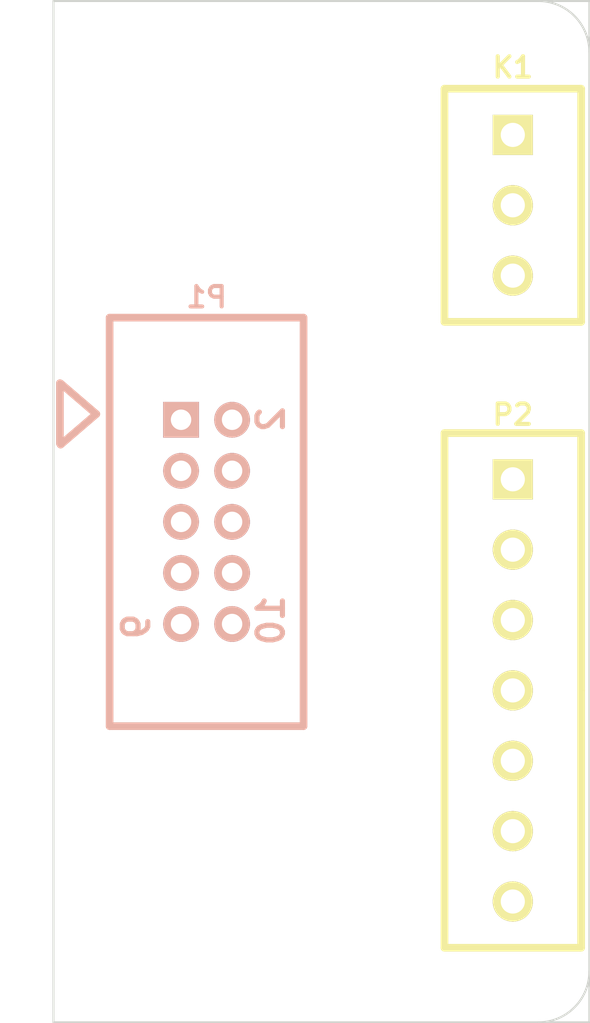
<source format=kicad_pcb>
(kicad_pcb (version 3) (host pcbnew "(2013-jul-07)-stable")

  (general
    (links 10)
    (no_connects 10)
    (area 0 0 0 0)
    (thickness 1.6)
    (drawings 7)
    (tracks 0)
    (zones 0)
    (modules 3)
    (nets 11)
  )

  (page A3)
  (layers
    (15 F.Cu signal)
    (0 B.Cu signal)
    (16 B.Adhes user)
    (17 F.Adhes user)
    (18 B.Paste user)
    (19 F.Paste user)
    (20 B.SilkS user)
    (21 F.SilkS user)
    (22 B.Mask user)
    (23 F.Mask user)
    (24 Dwgs.User user)
    (25 Cmts.User user)
    (26 Eco1.User user)
    (27 Eco2.User user)
    (28 Edge.Cuts user)
  )

  (setup
    (last_trace_width 0.254)
    (trace_clearance 0.254)
    (zone_clearance 0.508)
    (zone_45_only no)
    (trace_min 0.254)
    (segment_width 0.2)
    (edge_width 0.1)
    (via_size 0.889)
    (via_drill 0.635)
    (via_min_size 0.889)
    (via_min_drill 0.508)
    (uvia_size 0.508)
    (uvia_drill 0.127)
    (uvias_allowed no)
    (uvia_min_size 0.508)
    (uvia_min_drill 0.127)
    (pcb_text_width 0.3)
    (pcb_text_size 1.5 1.5)
    (mod_edge_width 0.15)
    (mod_text_size 1 1)
    (mod_text_width 0.15)
    (pad_size 1.5 1.5)
    (pad_drill 0.6)
    (pad_to_mask_clearance 0)
    (aux_axis_origin 0 0)
    (visible_elements FFFFFFBF)
    (pcbplotparams
      (layerselection 3178497)
      (usegerberextensions true)
      (excludeedgelayer true)
      (linewidth 0.150000)
      (plotframeref false)
      (viasonmask false)
      (mode 1)
      (useauxorigin false)
      (hpglpennumber 1)
      (hpglpenspeed 20)
      (hpglpendiameter 15)
      (hpglpenoverlay 2)
      (psnegative false)
      (psa4output false)
      (plotreference true)
      (plotvalue true)
      (plotothertext true)
      (plotinvisibletext false)
      (padsonsilk false)
      (subtractmaskfromsilk false)
      (outputformat 1)
      (mirror false)
      (drillshape 1)
      (scaleselection 1)
      (outputdirectory ""))
  )

  (net 0 "")
  (net 1 /CTR_SW)
  (net 2 /GND)
  (net 3 /REF_SW)
  (net 4 /WRK_1)
  (net 5 /WRK_2)
  (net 6 /WRK_3)
  (net 7 /WRK_4)
  (net 8 /WRK_5)
  (net 9 /WRK_6)
  (net 10 /WRK_7)

  (net_class Default "This is the default net class."
    (clearance 0.254)
    (trace_width 0.254)
    (via_dia 0.889)
    (via_drill 0.635)
    (uvia_dia 0.508)
    (uvia_drill 0.127)
    (add_net "")
    (add_net /CTR_SW)
    (add_net /GND)
    (add_net /REF_SW)
    (add_net /WRK_1)
    (add_net /WRK_2)
    (add_net /WRK_3)
    (add_net /WRK_4)
    (add_net /WRK_5)
    (add_net /WRK_6)
    (add_net /WRK_7)
  )

  (module CONNBLOCK7 (layer F.Cu) (tedit 5C3EAD95) (tstamp 5C3EAAA9)
    (at 73.66 85.09 270)
    (path /5C3EA415)
    (fp_text reference P2 (at -13.716 0 360) (layer F.SilkS)
      (effects (font (size 1.016 1.016) (thickness 0.2032)))
    )
    (fp_text value CONN_7 (at 0.1 5 270) (layer F.SilkS) hide
      (effects (font (size 1 1) (thickness 0.15)))
    )
    (fp_line (start 0 -3.4) (end -12.8 -3.4) (layer F.SilkS) (width 0.381))
    (fp_line (start -12.8 -3.4) (end -12.8 3.4) (layer F.SilkS) (width 0.381))
    (fp_line (start -12.8 3.4) (end 12.8 3.4) (layer F.SilkS) (width 0.381))
    (fp_line (start 12.8 3.4) (end 12.8 -3.4) (layer F.SilkS) (width 0.381))
    (fp_line (start 12.8 -3.4) (end 0 -3.4) (layer F.SilkS) (width 0.381))
    (pad 1 thru_hole rect (at -10.5 0 270) (size 2 2) (drill 1.2)
      (layers *.Cu *.Mask F.SilkS)
      (net 4 /WRK_1)
    )
    (pad 2 thru_hole circle (at -7 0 270) (size 2 2) (drill 1.2)
      (layers *.Cu *.Mask F.SilkS)
      (net 5 /WRK_2)
    )
    (pad 3 thru_hole circle (at -3.5 0 270) (size 2 2) (drill 1.2)
      (layers *.Cu *.Mask F.SilkS)
      (net 6 /WRK_3)
    )
    (pad 4 thru_hole circle (at 0 0 270) (size 2 2) (drill 1.2)
      (layers *.Cu *.Mask F.SilkS)
      (net 7 /WRK_4)
    )
    (pad 5 thru_hole circle (at 3.5 0 270) (size 2 2) (drill 1.2)
      (layers *.Cu *.Mask F.SilkS)
      (net 8 /WRK_5)
    )
    (pad 6 thru_hole circle (at 7 0 270) (size 2 2) (drill 1.2)
      (layers *.Cu *.Mask F.SilkS)
      (net 9 /WRK_6)
    )
    (pad 7 thru_hole circle (at 10.5 0 270) (size 2 2) (drill 1.2)
      (layers *.Cu *.Mask F.SilkS)
      (net 10 /WRK_7)
    )
  )

  (module CONNBLOCK3 (layer F.Cu) (tedit 5C3EAD78) (tstamp 5C3EAAB4)
    (at 73.66 60.96 270)
    (path /5C3EA406)
    (fp_text reference K1 (at -6.858 0 360) (layer F.SilkS)
      (effects (font (size 1.016 1.016) (thickness 0.2032)))
    )
    (fp_text value CONN_3 (at -0.20066 -5.40004 270) (layer F.SilkS) hide
      (effects (font (size 1.524 1.524) (thickness 0.3048)))
    )
    (fp_line (start -5.79882 -3.40106) (end -5.79882 3.40106) (layer F.SilkS) (width 0.381))
    (fp_line (start -5.79882 3.40106) (end 5.79882 3.40106) (layer F.SilkS) (width 0.381))
    (fp_line (start 5.79882 3.40106) (end 5.79882 -3.40106) (layer F.SilkS) (width 0.381))
    (fp_line (start 5.79882 -3.40106) (end -5.79882 -3.40106) (layer F.SilkS) (width 0.381))
    (pad 2 thru_hole circle (at 0 0 270) (size 2 2) (drill 1.2)
      (layers *.Cu *.Mask F.SilkS)
      (net 1 /CTR_SW)
    )
    (pad 1 thru_hole rect (at -3.50012 0 270) (size 2 2) (drill 1.2)
      (layers *.Cu *.Mask F.SilkS)
      (net 2 /GND)
    )
    (pad 3 thru_hole circle (at 3.50012 0 270) (size 2 2) (drill 1.2)
      (layers *.Cu *.Mask F.SilkS)
      (net 3 /REF_SW)
    )
  )

  (module 5X2_SHRD_HEADER_FEMALE (layer B.Cu) (tedit 5C3EADAB) (tstamp 5C3EABFB)
    (at 58.42 76.2 90)
    (path /5C3EA35D)
    (fp_text reference P1 (at 10.668 0 180) (layer B.SilkS)
      (effects (font (size 1.016 1.016) (thickness 0.2032)) (justify mirror))
    )
    (fp_text value CONN_5X2 (at -5.842 -6.604 90) (layer B.SilkS) hide
      (effects (font (size 1.524 1.524) (thickness 0.3048)) (justify mirror))
    )
    (fp_line (start 9.652 4.826) (end -10.668 4.826) (layer B.SilkS) (width 0.381))
    (fp_line (start -10.668 4.826) (end -10.668 -4.826) (layer B.SilkS) (width 0.381))
    (fp_line (start -10.668 -4.826) (end 9.652 -4.826) (layer B.SilkS) (width 0.381))
    (fp_line (start 9.652 -4.826) (end 9.652 4.826) (layer B.SilkS) (width 0.381))
    (fp_line (start 6.39318 -7.29996) (end 3.3909 -7.29996) (layer B.SilkS) (width 0.381))
    (fp_text user 10 (at -5.40766 3.2004 90) (layer B.SilkS)
      (effects (font (size 1.27 1.27) (thickness 0.254)) (justify mirror))
    )
    (fp_text user 9 (at -5.70738 -3.50012 90) (layer B.SilkS)
      (effects (font (size 1.27 1.27) (thickness 0.254)) (justify mirror))
    )
    (fp_text user 2 (at 4.59232 3.2004 90) (layer B.SilkS)
      (effects (font (size 1.27 1.27) (thickness 0.254)) (justify mirror))
    )
    (fp_line (start 4.85648 -5.48894) (end 6.38048 -7.26694) (layer B.SilkS) (width 0.381))
    (fp_line (start 3.33248 -7.2644) (end 4.85648 -5.4864) (layer B.SilkS) (width 0.381))
    (pad 1 thru_hole rect (at 4.572 -1.27 270) (size 1.778 1.778) (drill 1.016)
      (layers *.Cu *.Mask B.SilkS)
      (net 2 /GND)
    )
    (pad 2 thru_hole circle (at 4.572 1.27 270) (size 1.778 1.778) (drill 1.016)
      (layers *.Cu *.Mask B.SilkS)
      (net 1 /CTR_SW)
    )
    (pad 3 thru_hole circle (at 2.032 -1.27 270) (size 1.778 1.778) (drill 1.016)
      (layers *.Cu *.Mask B.SilkS)
      (net 3 /REF_SW)
    )
    (pad 4 thru_hole circle (at 2.032 1.27 270) (size 1.778 1.778) (drill 1.016)
      (layers *.Cu *.Mask B.SilkS)
      (net 4 /WRK_1)
    )
    (pad 5 thru_hole circle (at -0.508 -1.27 270) (size 1.778 1.778) (drill 1.016)
      (layers *.Cu *.Mask B.SilkS)
      (net 5 /WRK_2)
    )
    (pad 6 thru_hole circle (at -0.508 1.27 270) (size 1.778 1.778) (drill 1.016)
      (layers *.Cu *.Mask B.SilkS)
      (net 6 /WRK_3)
    )
    (pad 7 thru_hole circle (at -3.048 -1.27 270) (size 1.778 1.778) (drill 1.016)
      (layers *.Cu *.Mask B.SilkS)
      (net 7 /WRK_4)
    )
    (pad 8 thru_hole circle (at -3.048 1.27 270) (size 1.778 1.778) (drill 1.016)
      (layers *.Cu *.Mask B.SilkS)
      (net 8 /WRK_5)
    )
    (pad 9 thru_hole circle (at -5.588 -1.27 270) (size 1.778 1.778) (drill 1.016)
      (layers *.Cu *.Mask B.SilkS)
      (net 9 /WRK_6)
    )
    (pad 10 thru_hole circle (at -5.588 1.27 270) (size 1.778 1.778) (drill 1.016)
      (layers *.Cu *.Mask B.SilkS)
      (net 10 /WRK_7)
    )
  )

  (dimension 6.35 (width 0.3) (layer Dwgs.User)
    (gr_text "0.2500 in" (at 53.975 62.404001) (layer Dwgs.User)
      (effects (font (size 1.5 1.5) (thickness 0.3)))
    )
    (feature1 (pts (xy 50.8 71.628) (xy 50.8 61.054001)))
    (feature2 (pts (xy 57.15 71.628) (xy 57.15 61.054001)))
    (crossbar (pts (xy 57.15 63.754001) (xy 50.8 63.754001)))
    (arrow1a (pts (xy 50.8 63.754001) (xy 51.926503 63.167581)))
    (arrow1b (pts (xy 50.8 63.754001) (xy 51.926503 64.340421)))
    (arrow2a (pts (xy 57.15 63.754001) (xy 56.023497 63.167581)))
    (arrow2b (pts (xy 57.15 63.754001) (xy 56.023497 64.340421)))
  )
  (gr_arc (start 74.93 99.06) (end 77.47 99.06) (angle 90) (layer Edge.Cuts) (width 0.1))
  (gr_arc (start 74.93 53.34) (end 74.93 50.8) (angle 90) (layer Edge.Cuts) (width 0.1))
  (gr_line (start 50.8 101.6) (end 77.47 101.6) (angle 90) (layer Edge.Cuts) (width 0.1))
  (gr_line (start 50.8 50.8) (end 77.47 50.8) (angle 90) (layer Edge.Cuts) (width 0.1))
  (gr_line (start 77.47 50.8) (end 77.47 101.6) (angle 90) (layer Edge.Cuts) (width 0.1))
  (gr_line (start 50.8 50.8) (end 50.8 101.6) (angle 90) (layer Edge.Cuts) (width 0.1))

)

</source>
